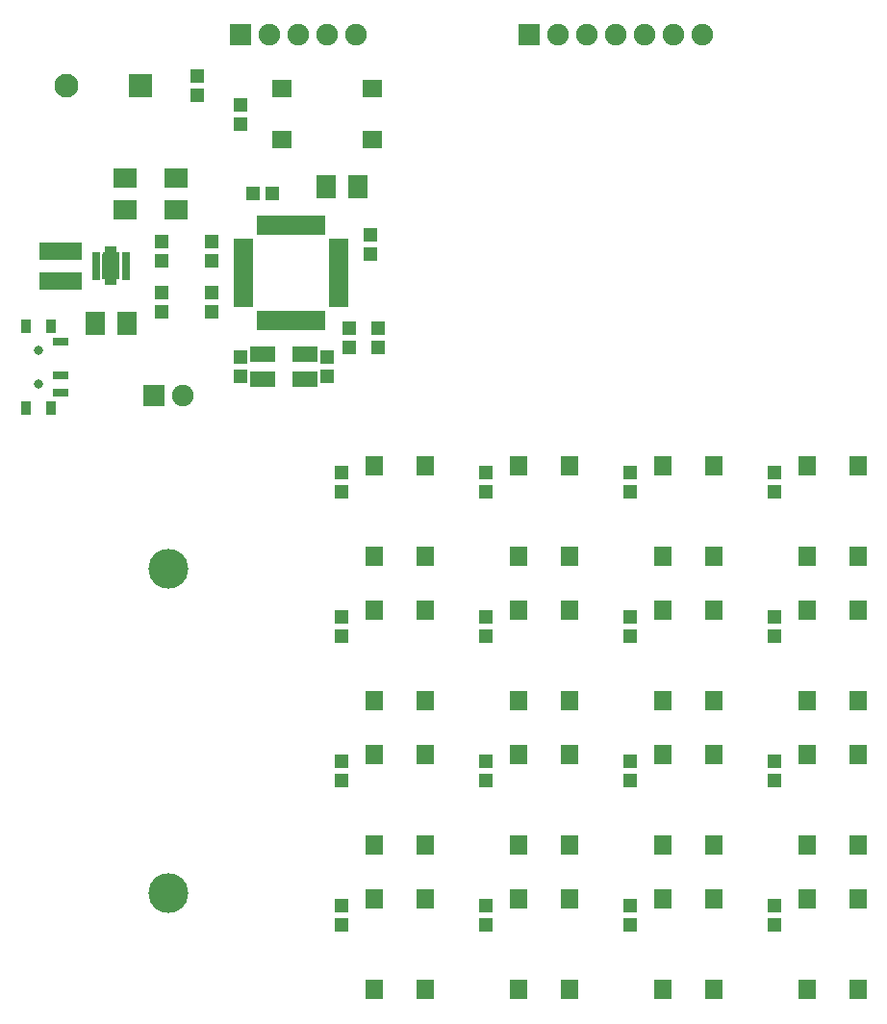
<source format=gbr>
G04 DipTrace Beta 3.0.9.0*
G04 TopMask.gbr*
%MOIN*%
G04 #@! TF.FileFunction,Soldermask,Top*
G04 #@! TF.Part,Single*
%AMOUTLINE1*
4,1,16,
-0.019685,0.066929,
-0.019685,0.047248,
-0.023512,0.047253,
-0.026511,0.043502,
-0.031496,0.036725,
-0.031496,-0.047244,
-0.019685,-0.047244,
-0.019685,-0.066929,
0.0,-0.066929,
0.019685,-0.066929,
0.019685,-0.047244,
0.031496,-0.047244,
0.031496,0.047244,
0.019685,0.047244,
0.019685,0.066929,
0.0,0.066929,
-0.019685,0.066929,
0*%
%ADD24R,0.074803X0.074803*%
%ADD25C,0.074803*%
%ADD43C,0.137795*%
%ADD44C,0.031496*%
%ADD47R,0.086614X0.055118*%
%ADD49R,0.031496X0.019685*%
%ADD51R,0.070866X0.019685*%
%ADD53R,0.019685X0.070866*%
%ADD55R,0.035433X0.047244*%
%ADD57R,0.055118X0.031496*%
%ADD59R,0.068898X0.059055*%
%ADD61R,0.059055X0.068898*%
%ADD63C,0.082677*%
%ADD64R,0.082677X0.082677*%
%ADD65R,0.145669X0.062992*%
%ADD67R,0.07874X0.070866*%
%ADD69R,0.070866X0.07874*%
%ADD71R,0.051181X0.047244*%
%ADD73R,0.047244X0.051181*%
%ADD80OUTLINE1*%
%FSLAX26Y26*%
G04*
G70*
G90*
G75*
G01*
G04 TopMask*
%LPD*%
D24*
X500000Y2200000D3*
D25*
X600000D3*
D43*
X550000Y1599606D3*
Y477559D3*
D73*
X800000Y3141535D3*
Y3208465D3*
X700000Y2491535D3*
Y2558465D3*
D71*
X841535Y2900000D3*
X908465D3*
D73*
X1250000Y2758465D3*
Y2691535D3*
D69*
X1094882Y2925000D3*
X1205118D3*
D73*
X1175000Y2433465D3*
Y2366535D3*
X1275000Y2433465D3*
Y2366535D3*
X1100000Y2333465D3*
Y2266535D3*
X800000D3*
Y2333465D3*
D69*
X294882Y2450000D3*
X405118D3*
D67*
X400000Y2955118D3*
Y2844882D3*
X575000Y2955118D3*
Y2844882D3*
D73*
X525000Y2666535D3*
Y2733465D3*
D24*
X1800000Y3450000D3*
D25*
X1900000D3*
X2000000D3*
X2100000D3*
X2200000D3*
X2300000D3*
X2400000D3*
D24*
X800000D3*
D25*
X900000D3*
X1000000D3*
X1100000D3*
X1200000D3*
D65*
X175000Y2598819D3*
Y2701181D3*
D64*
X452953Y3275000D3*
D63*
X197047D3*
D73*
X1150000Y1866535D3*
Y1933465D3*
X1650000Y1866535D3*
Y1933465D3*
X2150000Y1866535D3*
Y1933465D3*
X1150000Y1366535D3*
Y1433465D3*
X1650000Y1366535D3*
Y1433465D3*
X2150000Y1366535D3*
Y1433465D3*
X1150000Y866535D3*
Y933465D3*
X1650000Y866535D3*
Y933465D3*
X2150000Y866535D3*
Y933465D3*
X1150000Y366535D3*
Y433465D3*
X2150000Y366535D3*
Y433465D3*
X2650000Y1866535D3*
Y1933465D3*
Y1366535D3*
Y1433465D3*
Y866535D3*
Y933465D3*
Y366535D3*
Y433465D3*
X1650000Y366535D3*
Y433465D3*
X700000Y2733465D3*
Y2666535D3*
X650000Y3241535D3*
Y3308465D3*
X525000Y2491535D3*
Y2558465D3*
D61*
X1438587Y1956496D3*
X1261412D3*
X1261421Y1643504D3*
X1438577D3*
X1938587Y1956496D3*
X1761412D3*
X1761421Y1643504D3*
X1938577D3*
X2438587Y1956496D3*
X2261412D3*
X2261421Y1643504D3*
X2438577D3*
X1438587Y1456496D3*
X1261412D3*
X1261421Y1143504D3*
X1438577D3*
X1938587Y1456496D3*
X1761412D3*
X1761421Y1143504D3*
X1938577D3*
X2438587Y1456496D3*
X2261412D3*
X2261421Y1143504D3*
X2438577D3*
X1438587Y956496D3*
X1261412D3*
X1261421Y643504D3*
X1438577D3*
X1938587Y956496D3*
X1761412D3*
X1761421Y643504D3*
X1938577D3*
X2438587Y956496D3*
X2261412D3*
X2261421Y643504D3*
X2438577D3*
X1438587Y456496D3*
X1261412D3*
X1261421Y143504D3*
X1438577D3*
X2438587Y456496D3*
X2261412D3*
X2261421Y143504D3*
X2438577D3*
X2938587Y1956496D3*
X2761412D3*
X2761421Y1643504D3*
X2938577D3*
X2938587Y1456496D3*
X2761412D3*
X2761421Y1143504D3*
X2938577D3*
X2938587Y956496D3*
X2761412D3*
X2761421Y643504D3*
X2938577D3*
X2938587Y456496D3*
X2761412D3*
X2761421Y143504D3*
X2938577D3*
X1938587Y456496D3*
X1761412D3*
X1761421Y143504D3*
X1938577D3*
D59*
X943504Y3263587D3*
Y3086412D3*
X1256496Y3086421D3*
Y3263577D3*
D57*
X174803Y2270472D3*
Y2211417D3*
Y2388583D3*
D55*
X143307Y2442717D3*
X56693Y2157283D3*
Y2442717D3*
X143307Y2157283D3*
D44*
X100000Y2359055D3*
Y2240945D3*
D53*
X866732Y2459646D3*
X886417D3*
X906102D3*
X925787D3*
X945472D3*
X965157D3*
X984843D3*
X1004528D3*
X1024213D3*
X1043898D3*
X1063583D3*
X1083268D3*
D51*
X1140354Y2516732D3*
Y2536417D3*
Y2556102D3*
Y2575787D3*
Y2595472D3*
Y2615157D3*
Y2634843D3*
Y2654528D3*
Y2674213D3*
Y2693898D3*
Y2713583D3*
Y2733268D3*
D53*
X1083268Y2790354D3*
X1063583D3*
X1043898D3*
X1024213D3*
X1004528D3*
X984843D3*
X965157D3*
X945472D3*
X925787D3*
X906102D3*
X886417D3*
X866732D3*
D51*
X809646Y2733268D3*
Y2713583D3*
Y2693898D3*
Y2674213D3*
Y2654528D3*
Y2634843D3*
Y2615157D3*
Y2595472D3*
Y2575787D3*
Y2556102D3*
Y2536417D3*
Y2516732D3*
D49*
X298819Y2689379D3*
Y2669694D3*
Y2650009D3*
Y2630324D3*
Y2610639D3*
X401181Y2610630D3*
Y2630324D3*
Y2650009D3*
Y2669694D3*
Y2689379D3*
D80*
X350000Y2650000D3*
D47*
X1022835Y2256693D3*
X877165D3*
Y2343307D3*
X1022835D3*
M02*

</source>
